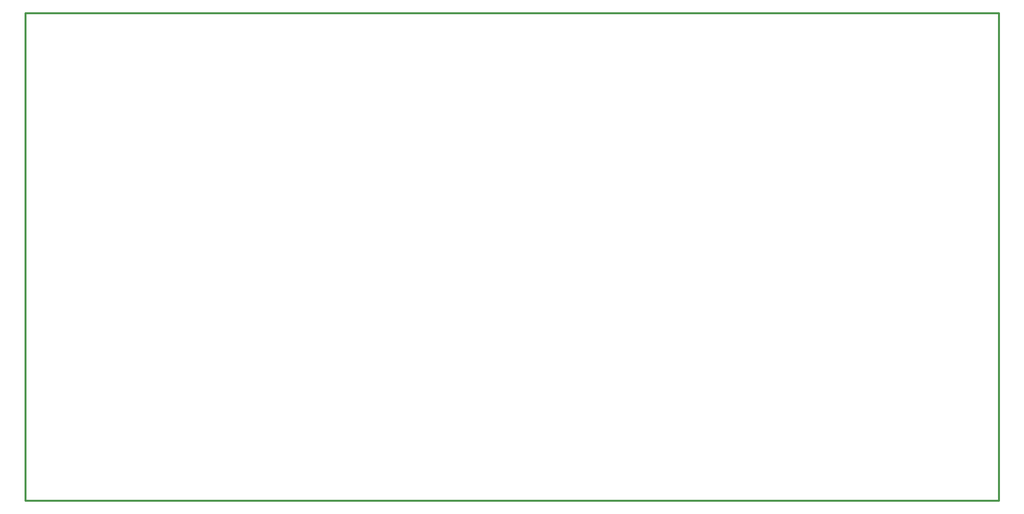
<source format=gbr>
G04 EasyPC Gerber Version 21.0.3 Build 4286 *
G04 #@! TF.Part,Single*
G04 #@! TF.FileFunction,Paste,Bot *
G04 #@! TF.FilePolarity,Positive *
%FSLAX35Y35*%
%MOIN*%
%ADD13C,0.01200*%
X0Y0D02*
D02*
D13*
X2573Y600D02*
X663990D01*
Y332096*
X2573*
Y600*
X0Y0D02*
M02*

</source>
